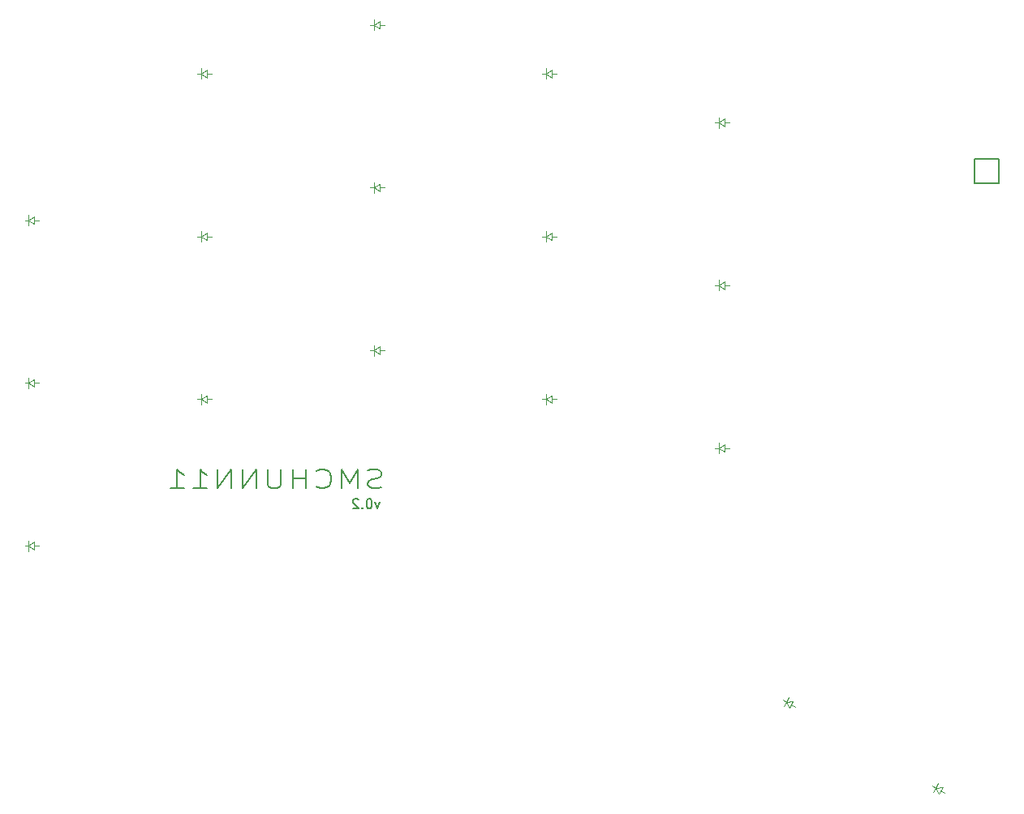
<source format=gbr>
%TF.GenerationSoftware,KiCad,Pcbnew,(6.0.6-1)-1*%
%TF.CreationDate,2022-08-08T10:13:26-05:00*%
%TF.ProjectId,smcboard,736d6362-6f61-4726-942e-6b696361645f,v1.0.0*%
%TF.SameCoordinates,Original*%
%TF.FileFunction,Legend,Bot*%
%TF.FilePolarity,Positive*%
%FSLAX46Y46*%
G04 Gerber Fmt 4.6, Leading zero omitted, Abs format (unit mm)*
G04 Created by KiCad (PCBNEW (6.0.6-1)-1) date 2022-08-08 10:13:26*
%MOMM*%
%LPD*%
G01*
G04 APERTURE LIST*
%ADD10C,0.200000*%
%ADD11C,0.100000*%
%ADD12C,0.150000*%
G04 APERTURE END LIST*
D10*
X138863904Y-101519523D02*
X138506761Y-101614761D01*
X137911523Y-101614761D01*
X137673428Y-101519523D01*
X137554380Y-101424285D01*
X137435333Y-101233809D01*
X137435333Y-101043333D01*
X137554380Y-100852857D01*
X137673428Y-100757619D01*
X137911523Y-100662380D01*
X138387714Y-100567142D01*
X138625809Y-100471904D01*
X138744857Y-100376666D01*
X138863904Y-100186190D01*
X138863904Y-99995714D01*
X138744857Y-99805238D01*
X138625809Y-99710000D01*
X138387714Y-99614761D01*
X137792476Y-99614761D01*
X137435333Y-99710000D01*
X136363904Y-101614761D02*
X136363904Y-99614761D01*
X135530571Y-101043333D01*
X134697238Y-99614761D01*
X134697238Y-101614761D01*
X132078190Y-101424285D02*
X132197238Y-101519523D01*
X132554380Y-101614761D01*
X132792476Y-101614761D01*
X133149619Y-101519523D01*
X133387714Y-101329047D01*
X133506761Y-101138571D01*
X133625809Y-100757619D01*
X133625809Y-100471904D01*
X133506761Y-100090952D01*
X133387714Y-99900476D01*
X133149619Y-99710000D01*
X132792476Y-99614761D01*
X132554380Y-99614761D01*
X132197238Y-99710000D01*
X132078190Y-99805238D01*
X131006761Y-101614761D02*
X131006761Y-99614761D01*
X131006761Y-100567142D02*
X129578190Y-100567142D01*
X129578190Y-101614761D02*
X129578190Y-99614761D01*
X128387714Y-99614761D02*
X128387714Y-101233809D01*
X128268666Y-101424285D01*
X128149619Y-101519523D01*
X127911523Y-101614761D01*
X127435333Y-101614761D01*
X127197238Y-101519523D01*
X127078190Y-101424285D01*
X126959142Y-101233809D01*
X126959142Y-99614761D01*
X125768666Y-101614761D02*
X125768666Y-99614761D01*
X124340095Y-101614761D01*
X124340095Y-99614761D01*
X123149619Y-101614761D02*
X123149619Y-99614761D01*
X121721047Y-101614761D01*
X121721047Y-99614761D01*
X119221047Y-101614761D02*
X120649619Y-101614761D01*
X119935333Y-101614761D02*
X119935333Y-99614761D01*
X120173428Y-99900476D01*
X120411523Y-100090952D01*
X120649619Y-100186190D01*
X116840095Y-101614761D02*
X118268666Y-101614761D01*
X117554380Y-101614761D02*
X117554380Y-99614761D01*
X117792476Y-99900476D01*
X118030571Y-100090952D01*
X118268666Y-100186190D01*
X138678571Y-103035714D02*
X138440476Y-103702380D01*
X138202380Y-103035714D01*
X137630952Y-102702380D02*
X137535714Y-102702380D01*
X137440476Y-102750000D01*
X137392857Y-102797619D01*
X137345238Y-102892857D01*
X137297619Y-103083333D01*
X137297619Y-103321428D01*
X137345238Y-103511904D01*
X137392857Y-103607142D01*
X137440476Y-103654761D01*
X137535714Y-103702380D01*
X137630952Y-103702380D01*
X137726190Y-103654761D01*
X137773809Y-103607142D01*
X137821428Y-103511904D01*
X137869047Y-103321428D01*
X137869047Y-103083333D01*
X137821428Y-102892857D01*
X137773809Y-102797619D01*
X137726190Y-102750000D01*
X137630952Y-102702380D01*
X136869047Y-103607142D02*
X136821428Y-103654761D01*
X136869047Y-103702380D01*
X136916666Y-103654761D01*
X136869047Y-103607142D01*
X136869047Y-103702380D01*
X136440476Y-102797619D02*
X136392857Y-102750000D01*
X136297619Y-102702380D01*
X136059523Y-102702380D01*
X135964285Y-102750000D01*
X135916666Y-102797619D01*
X135869047Y-102892857D01*
X135869047Y-102988095D01*
X135916666Y-103130952D01*
X136488095Y-103702380D01*
X135869047Y-103702380D01*
D11*
%TO.C,D6*%
X120050000Y-58300000D02*
X120050000Y-57750000D01*
X120650000Y-57900000D02*
X120650000Y-58700000D01*
X120650000Y-58700000D02*
X120050000Y-58300000D01*
X120050000Y-58300000D02*
X120050000Y-58850000D01*
X120650000Y-58300000D02*
X121150000Y-58300000D01*
X120050000Y-58300000D02*
X120650000Y-57900000D01*
X119650000Y-58300000D02*
X120050000Y-58300000D01*
%TO.C,D7*%
X138650000Y-86800000D02*
X138650000Y-87600000D01*
X138650000Y-87600000D02*
X138050000Y-87200000D01*
X138650000Y-87200000D02*
X139150000Y-87200000D01*
X138050000Y-87200000D02*
X138050000Y-87750000D01*
X137650000Y-87200000D02*
X138050000Y-87200000D01*
X138050000Y-87200000D02*
X138650000Y-86800000D01*
X138050000Y-87200000D02*
X138050000Y-86650000D01*
%TO.C,D11*%
X156050000Y-75300000D02*
X156050000Y-74750000D01*
X156650000Y-75300000D02*
X157150000Y-75300000D01*
X156650000Y-75700000D02*
X156050000Y-75300000D01*
X155650000Y-75300000D02*
X156050000Y-75300000D01*
X156650000Y-74900000D02*
X156650000Y-75700000D01*
X156050000Y-75300000D02*
X156650000Y-74900000D01*
X156050000Y-75300000D02*
X156050000Y-75850000D01*
%TO.C,D13*%
X174650000Y-97400000D02*
X175150000Y-97400000D01*
X174050000Y-97400000D02*
X174050000Y-97950000D01*
X174650000Y-97800000D02*
X174050000Y-97400000D01*
X174650000Y-97000000D02*
X174650000Y-97800000D01*
X174050000Y-97400000D02*
X174050000Y-96850000D01*
X173650000Y-97400000D02*
X174050000Y-97400000D01*
X174050000Y-97400000D02*
X174650000Y-97000000D01*
%TO.C,D3*%
X102650000Y-73200000D02*
X102650000Y-74000000D01*
X102050000Y-73600000D02*
X102050000Y-73050000D01*
X102050000Y-73600000D02*
X102050000Y-74150000D01*
X102650000Y-73600000D02*
X103150000Y-73600000D01*
X101650000Y-73600000D02*
X102050000Y-73600000D01*
X102650000Y-74000000D02*
X102050000Y-73600000D01*
X102050000Y-73600000D02*
X102650000Y-73200000D01*
%TO.C,D16*%
X181096891Y-123889102D02*
X181371891Y-123412788D01*
X181416506Y-124535512D02*
X181096891Y-123889102D01*
X181816506Y-123842692D02*
X181416506Y-124535512D01*
X181096891Y-123889102D02*
X180821891Y-124365416D01*
X180750481Y-123689102D02*
X181096891Y-123889102D01*
X181616506Y-124189102D02*
X182049519Y-124439102D01*
X181096891Y-123889102D02*
X181816506Y-123842692D01*
%TO.C,D12*%
X155650000Y-58300000D02*
X156050000Y-58300000D01*
X156050000Y-58300000D02*
X156050000Y-57750000D01*
X156650000Y-58300000D02*
X157150000Y-58300000D01*
X156050000Y-58300000D02*
X156650000Y-57900000D01*
X156650000Y-57900000D02*
X156650000Y-58700000D01*
X156050000Y-58300000D02*
X156050000Y-58850000D01*
X156650000Y-58700000D02*
X156050000Y-58300000D01*
%TO.C,D2*%
X102650000Y-90600000D02*
X103150000Y-90600000D01*
X102650000Y-90200000D02*
X102650000Y-91000000D01*
X102650000Y-91000000D02*
X102050000Y-90600000D01*
X102050000Y-90600000D02*
X102050000Y-91150000D01*
X102050000Y-90600000D02*
X102650000Y-90200000D01*
X102050000Y-90600000D02*
X102050000Y-90050000D01*
X101650000Y-90600000D02*
X102050000Y-90600000D01*
%TO.C,D14*%
X174650000Y-80400000D02*
X175150000Y-80400000D01*
X174650000Y-80800000D02*
X174050000Y-80400000D01*
X174650000Y-80000000D02*
X174650000Y-80800000D01*
X174050000Y-80400000D02*
X174050000Y-79850000D01*
X173650000Y-80400000D02*
X174050000Y-80400000D01*
X174050000Y-80400000D02*
X174650000Y-80000000D01*
X174050000Y-80400000D02*
X174050000Y-80950000D01*
%TO.C,D5*%
X120050000Y-75300000D02*
X120050000Y-75850000D01*
X120050000Y-75300000D02*
X120050000Y-74750000D01*
X120650000Y-74900000D02*
X120650000Y-75700000D01*
X120050000Y-75300000D02*
X120650000Y-74900000D01*
X119650000Y-75300000D02*
X120050000Y-75300000D01*
X120650000Y-75700000D02*
X120050000Y-75300000D01*
X120650000Y-75300000D02*
X121150000Y-75300000D01*
%TO.C,D15*%
X174050000Y-63400000D02*
X174050000Y-62850000D01*
X174650000Y-63000000D02*
X174650000Y-63800000D01*
X174050000Y-63400000D02*
X174050000Y-63950000D01*
X174050000Y-63400000D02*
X174650000Y-63000000D01*
X174650000Y-63800000D02*
X174050000Y-63400000D01*
X173650000Y-63400000D02*
X174050000Y-63400000D01*
X174650000Y-63400000D02*
X175150000Y-63400000D01*
%TO.C,D9*%
X138050000Y-53200000D02*
X138650000Y-52800000D01*
X138650000Y-53600000D02*
X138050000Y-53200000D01*
X137650000Y-53200000D02*
X138050000Y-53200000D01*
X138050000Y-53200000D02*
X138050000Y-53750000D01*
X138650000Y-53200000D02*
X139150000Y-53200000D01*
X138050000Y-53200000D02*
X138050000Y-52650000D01*
X138650000Y-52800000D02*
X138650000Y-53600000D01*
%TO.C,D8*%
X138050000Y-70200000D02*
X138050000Y-70750000D01*
X138650000Y-70200000D02*
X139150000Y-70200000D01*
X138050000Y-70200000D02*
X138050000Y-69650000D01*
X138650000Y-70600000D02*
X138050000Y-70200000D01*
X138650000Y-69800000D02*
X138650000Y-70600000D01*
X138050000Y-70200000D02*
X138650000Y-69800000D01*
X137650000Y-70200000D02*
X138050000Y-70200000D01*
%TO.C,D1*%
X102650000Y-108000000D02*
X102050000Y-107600000D01*
X102650000Y-107600000D02*
X103150000Y-107600000D01*
X102050000Y-107600000D02*
X102050000Y-108150000D01*
X101650000Y-107600000D02*
X102050000Y-107600000D01*
X102050000Y-107600000D02*
X102650000Y-107200000D01*
X102050000Y-107600000D02*
X102050000Y-107050000D01*
X102650000Y-107200000D02*
X102650000Y-108000000D01*
%TO.C,D17*%
X197404963Y-132842692D02*
X197004963Y-133535512D01*
X197204963Y-133189102D02*
X197637976Y-133439102D01*
X197004963Y-133535512D02*
X196685348Y-132889102D01*
X196685348Y-132889102D02*
X196960348Y-132412788D01*
X196685348Y-132889102D02*
X196410348Y-133365416D01*
X196338938Y-132689102D02*
X196685348Y-132889102D01*
X196685348Y-132889102D02*
X197404963Y-132842692D01*
D12*
%TO.C,MCU1*%
X200750000Y-69700000D02*
X203290000Y-69700000D01*
X200750000Y-67160000D02*
X200750000Y-69700000D01*
X200750000Y-67160000D02*
X203290000Y-67160000D01*
X203290000Y-69700000D02*
X203290000Y-67160000D01*
D11*
%TO.C,D4*%
X120650000Y-92700000D02*
X120050000Y-92300000D01*
X119650000Y-92300000D02*
X120050000Y-92300000D01*
X120650000Y-91900000D02*
X120650000Y-92700000D01*
X120050000Y-92300000D02*
X120050000Y-91750000D01*
X120650000Y-92300000D02*
X121150000Y-92300000D01*
X120050000Y-92300000D02*
X120050000Y-92850000D01*
X120050000Y-92300000D02*
X120650000Y-91900000D01*
%TO.C,D10*%
X156050000Y-92300000D02*
X156050000Y-92850000D01*
X156650000Y-91900000D02*
X156650000Y-92700000D01*
X156050000Y-92300000D02*
X156650000Y-91900000D01*
X156650000Y-92300000D02*
X157150000Y-92300000D01*
X156050000Y-92300000D02*
X156050000Y-91750000D01*
X156650000Y-92700000D02*
X156050000Y-92300000D01*
X155650000Y-92300000D02*
X156050000Y-92300000D01*
%TD*%
M02*

</source>
